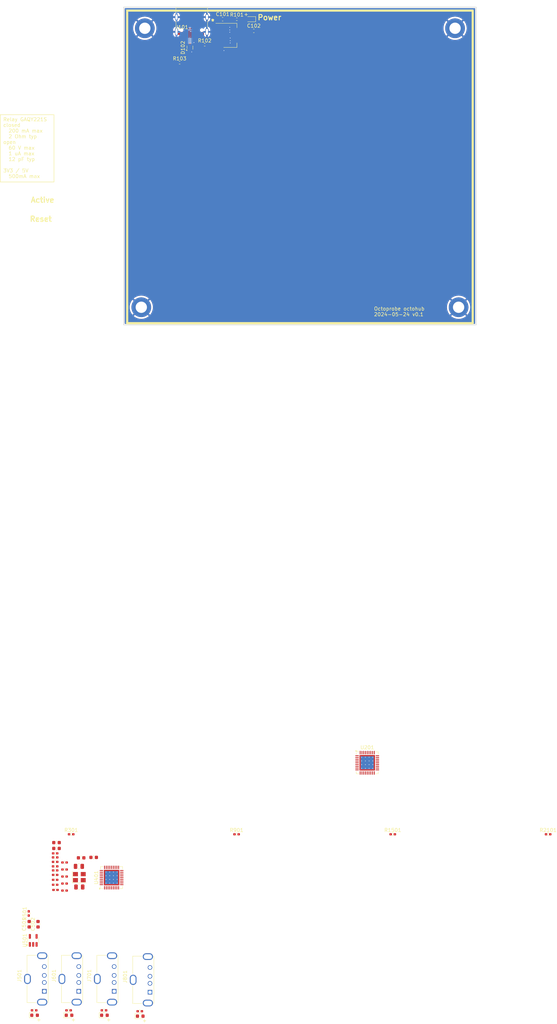
<source format=kicad_pcb>
(kicad_pcb (version 20240108) (generator "pcbnew") (generator_version "8.0")
  (title_block (title "Octoprobe octohub") (date "2024-05-24") (rev "0.1") (company "Hans Märki, Märki Informatik") (comment 1 "The MIT License (MIT)"))
  (layers (0 "F.Cu" signal) (31 "B.Cu" signal) (34 "B.Paste" user) (35 "F.Paste" user) (36 "B.SilkS" user "B.Silkscreen") (37 "F.SilkS" user "F.Silkscreen") (38 "B.Mask" user) (39 "F.Mask" user) (44 "Edge.Cuts" user))
  (net 0 "")
  (net 1 "GND")
  (net 2 "+5V")
  (net 3 "+3V3")
  (net 4 "/hub4-1/chip_downstream/RESET")
  (net 5 "/hub4-1/chip_downstream/VBUS_DET")
  (net 6 "Net-(J501-VBUS)")
  (net 7 "/chip_upstream/RESET")
  (net 8 "Net-(U201-CRFILT)")
  (net 9 "Net-(U201-PLLFILT)")
  (net 10 "Net-(J701-VBUS)")
  (net 11 "/chip_upstream/VBUS_DET")
  (net 14 "Net-(U201-RBIAS)")
  (net 15 "Net-(U201-SCL{slash}SMBCLK{slash}CFG_SEL0)")
  (net 16 "Net-(U201-HS_IND{slash}CFG_SEL1)")
  (net 17 "Net-(U201-XTALIN{slash}CLKIN)")
  (net 18 "Net-(U201-XTALOUT)")
  (net 22 "Net-(J101-CC1)")
  (net 23 "Net-(J101-CC2)")
  (net 31 "/chip_upstream/USB_DM")
  (net 32 "/chip_upstream/USB_DP")
  (net 33 "/hub4-1/chip_downstream/PRT_P2")
  (net 34 "/hub4-1/chip_downstream/PRT_M2")
  (net 35 "/hub4-1/chip_downstream/PRT_P3")
  (net 36 "/hub4-1/chip_downstream/PRT_M3")
  (net 37 "/hub4-1/chip_downstream/PRT_P4")
  (net 38 "/hub4-1/chip_downstream/PRT_M4")
  (net 39 "/hub4-1/chip_downstream/PRT_P1")
  (net 40 "/hub4-1/chip_downstream/PRT_M1")
  (net 41 "Net-(D501-A)")
  (net 42 "Net-(D701-A)")
  (net 43 "Net-(U201-SDA{slash}SMBDATA{slash}NON_REM1)")
  (net 44 "Net-(U201-SUSP_IND{slash}LOCAL_PWR{slash}NON_REM0)")
  (net 45 "Net-(U501-SET)")
  (net 46 "/chip_upstream/PRT_P1")
  (net 47 "/chip_upstream/PRT_M1")
  (net 48 "/hub4-1/chip_downstream/PRTPWR1")
  (net 49 "/hub4-1/chip_downstream/PRTPWR2")
  (net 50 "/hub4-1/chip_downstream/PRTPWR4")
  (net 51 "/hub4-1/chip_downstream/PRTPWR3")
  (net 52 "/chip_upstream/PRT_P3")
  (net 53 "/chip_upstream/PRTPWR1")
  (net 54 "/chip_upstream/PRT_P2")
  (net 55 "/chip_upstream/PRTPWR4")
  (net 56 "/chip_upstream/PRT_P4")
  (net 57 "/chip_upstream/PRTPWR2")
  (net 58 "/chip_upstream/PRT_M3")
  (net 59 "/chip_upstream/PRT_M2")
  (net 60 "/chip_upstream/PRTPWR3")
  (net 61 "/chip_upstream/PRT_M4")
  (net 62 "Net-(U401-XTALIN{slash}CLKIN)")
  (net 63 "Net-(J601-VBUS)")
  (net 64 "Net-(U401-XTALOUT)")
  (net 65 "Net-(U401-PLLFILT)")
  (net 66 "Net-(U401-CRFILT)")
  (net 67 "Net-(J801-VBUS)")
  (net 68 "Net-(D101-A)")
  (net 69 "Net-(D801-A)")
  (net 70 "Net-(D601-A)")
  (net 77 "Net-(U401-SCL{slash}SMBCLK{slash}CFG_SEL0)")
  (net 78 "Net-(U401-SDA{slash}SMBDATA{slash}NON_REM1)")
  (net 79 "Net-(U401-SUSP_IND{slash}LOCAL_PWR{slash}NON_REM0)")
  (net 80 "Net-(U401-HS_IND{slash}CFG_SEL1)")
  (net 81 "Net-(U401-RBIAS)")
  (footprint "Resistor_SMD:R_0402_1005Metric_Pad0.72x0.64mm_HandSolder" (layer "F.Cu") (at 150.327 266.744)
    (property "Reference" "R1501")
    (property "Value" "100k")
  )
  (footprint "Capacitor_SMD:C_0805_2012Metric" (layer "F.Cu") (at 61.427 281.674)
    (property "Reference" "C408" (hide yes))
    (property "Value" "18p")
  )
  (footprint "Resistor_SMD:R_0402_1005Metric_Pad0.72x0.64mm_HandSolder" (layer "F.Cu") (at 96.987 43.168)
    (property "Reference" "R102")
    (property "Value" "5.1K")
  )
  (footprint "Connector_USB:USB_A_Molex_105057_Vertical" (layer "F.Cu") (at 51.495 311.209 90)
    (property "Reference" "J501")
    (property "Value" "USB_A")
  )
  (footprint "Resistor_SMD:R_0402_1005Metric_Pad0.72x0.64mm_HandSolder" (layer "F.Cu") (at 57.236 282.69)
    (property "Reference" "R408" (hide yes))
    (property "Value" "12k")
  )
  (footprint "Resistor_SMD:R_0402_1005Metric_Pad0.72x0.64mm_HandSolder" (layer "F.Cu") (at 54.569 274.562)
    (property "Reference" "R402" (hide yes))
    (property "Value" "100k")
  )
  (footprint "Resistor_SMD:R_0402_1005Metric_Pad0.72x0.64mm_HandSolder" (layer "F.Cu") (at 48.602 316.599 180)
    (property "Reference" "R502" (hide yes))
    (property "Value" "470R")
  )
  (footprint "Capacitor_SMD:C_0402_1005Metric_Pad0.74x0.62mm_HandSolder" (layer "F.Cu") (at 54.569 276.975)
    (property "Reference" "C403" (hide yes))
    (property "Value" "100n")
  )
  (footprint "Resistor_SMD:R_0402_1005Metric_Pad0.72x0.64mm_HandSolder" (layer "F.Cu") (at 59.111 266.744)
    (property "Reference" "R301")
    (property "Value" "100k")
  )
  (footprint "Resistor_SMD:R_0402_1005Metric_Pad0.72x0.64mm_HandSolder" (layer "F.Cu") (at 57.236 276.72)
    (property "Reference" "R405" (hide yes))
    (property "Value" "100k")
  )
  (footprint "Connector_USB:USB_A_Molex_105057_Vertical" (layer "F.Cu") (at 61.274 311.209 90)
    (property "Reference" "J601")
    (property "Value" "USB_A")
  )
  (footprint "Capacitor_SMD:C_0603_1608Metric" (layer "F.Cu") (at 47.203 292.215 90)
    (property "Reference" "C501")
    (property "Value" "10u")
  )
  (footprint "00_project_library:LED_0603_1608Metric" (layer "F.Cu") (at 48.729 317.996)
    (property "Reference" "D501" (hide yes))
    (property "Value" "LED WHITE")
  )
  (footprint "Package_TO_SOT_SMD:SOT-23-5" (layer "F.Cu") (at 48.348 296.795 90)
    (property "Reference" "U501")
    (property "Value" "MT9700")
  )
  (footprint "Resistor_SMD:R_0402_1005Metric_Pad0.72x0.64mm_HandSolder" (layer "F.Cu") (at 57.236 274.73)
    (property "Reference" "R404" (hide yes))
    (property "Value" "100k")
  )
  (footprint "Capacitor_SMD:C_0603_1608Metric" (layer "F.Cu") (at 49.713 292.215 90)
    (property "Reference" "C502")
    (property "Value" "10u")
  )
  (footprint "Crystal:Crystal_SMD_3225-4Pin_3.2x2.5mm" (layer "F.Cu") (at 61.427 278.88)
    (property "Reference" "Y401" (hide yes))
    (property "Value" "24MHz")
  )
  (footprint "Package_DFN_QFN:Texas_RHH0036C_VQFN-36-1EP_6x6mm_P0.5mm_EP4.4x4.4mm_ThermalVias" (layer "F.Cu") (at 70.571 279.007 90)
    (property "Reference" "U401")
    (property "Value" "USB2514B_Bi")
  )
  (footprint "00_project_library:LED_0603_1608Metric" (layer "F.Cu") (at 68.541 317.996)
    (property "Reference" "D701" (hide yes))
    (property "Value" "LED WHITE")
  )
  (footprint "Capacitor_SMD:C_0402_1005Metric_Pad0.74x0.62mm_HandSolder" (layer "F.Cu") (at 54.569 272.149)
    (property "Reference" "C401" (hide yes))
    (property "Value" "1u")
  )
  (footprint "Capacitor_SMD:C_0402_1005Metric_Pad0.74x0.62mm_HandSolder" (layer "F.Cu") (at 54.569 281.039)
    (property "Reference" "C407" (hide yes))
    (property "Value" "100n")
  )
  (footprint "Capacitor_SMD:C_0402_1005Metric_Pad0.74x0.62mm_HandSolder" (layer "F.Cu") (at 54.569 279.642)
    (property "Reference" "C405" (hide yes))
    (property "Value" "100n")
  )
  (footprint "Capacitor_SMD:C_0603_1608Metric" (layer "F.Cu") (at 54.95 270.752)
    (property "Reference" "C406" (hide yes))
    (property "Value" "1n")
  )
  (footprint "Package_SON:Texas_USON-6_1x1.45mm_P0.5mm_SMD" (layer "F.Cu") (at 92.804 43.976 90)
    (property "Reference" "D102")
    (property "Value" "PRTR5V0U2X")
  )
  (footprint "Resistor_SMD:R_0402_1005Metric_Pad0.72x0.64mm_HandSolder" (layer "F.Cu") (at 78.574 316.853 180)
    (property "Reference" "R802" (hide yes))
    (property "Value" "470R")
  )
  (footprint "Capacitor_SMD:C_0603_1608Metric" (layer "F.Cu") (at 110.9195 39.231)
    (property "Reference" "C102")
    (property "Value" "10u")
  )
  (footprint "Resistor_SMD:R_0402_1005Metric_Pad0.72x0.64mm_HandSolder" (layer "F.Cu") (at 106.0935 35.929 180)
    (property "Reference" "R101")
    (property "Value" "470R")
  )
  (footprint "Resistor_SMD:R_0402_1005Metric_Pad0.72x0.64mm_HandSolder" (layer "F.Cu") (at 58.381 316.599 180)
    (property "Reference" "R602" (hide yes))
    (property "Value" "470R")
  )
  (footprint "Capacitor_SMD:C_0603_1608Metric" (layer "F.Cu") (at 61.935 273.419)
    (property "Reference" "C412" (hide yes))
    (property "Value" "0.1u")
  )
  (footprint "00_project_library:LED_0603_1608Metric" (layer "F.Cu") (at 78.701 318.25)
    (property "Reference" "D801" (hide yes))
    (property "Value" "LED WHITE")
  )
  (footprint "Resistor_SMD:R_0402_1005Metric_Pad0.72x0.64mm_HandSolder" (layer "F.Cu") (at 57.236 280.7)
    (property "Reference" "R407" (hide yes))
    (property "Value" "100k")
  )
  (footprint "Resistor_SMD:R_0402_1005Metric_Pad0.72x0.64mm_HandSolder" (layer "F.Cu") (at 57.236 278.71)
    (property "Reference" "R406" (hide yes))
    (property "Value" "100k")
  )
  (footprint "Resistor_SMD:R_0402_1005Metric_Pad0.72x0.64mm_HandSolder" (layer "F.Cu") (at 89.875 48.248)
    (property "Reference" "R103")
    (property "Value" "5.1K")
  )
  (footprint "MountingHole:MountingHole_3.2mm_M3_DIN965_Pad" (layer "F.Cu") (at 168 38.5)
    (property "Reference" "H102" (hide yes))
    (property "Value" "octoprobe_MountingHole")
  )
  (footprint "Resistor_SMD:R_0402_1005Metric_Pad0.72x0.64mm_HandSolder" (layer "F.Cu") (at 106.032 266.744)
    (property "Reference" "R901")
    (property "Value" "100k")
  )
  (footprint "Resistor_SMD:R_0402_1005Metric_Pad0.72x0.64mm_HandSolder" (layer "F.Cu") (at 54.569 273.292)
    (property "Reference" "R401" (hide yes))
    (property "Value" "100k")
  )
  (footprint "Resistor_SMD:R_0402_1005Metric_Pad0.72x0.64mm_HandSolder" (layer "F.Cu") (at 54.569 275.832)
    (property "Reference" "R403" (hide yes))
    (property "Value" "100k")
  )
  (footprint "00_project_library:SOT-223-3_TabPin2" (layer "F.Cu") (at 104.226 40.501 180)
    (property "Reference" "U101" (hide yes))
    (property "Value" "AMS1117-3.3")
  )
  (footprint "Connector_USB:USB_A_Molex_105057_Vertical" (layer "F.Cu") (at 71.307 311.209 90)
    (property "Reference" "J701")
    (property "Value" "USB_A")
  )
  (footprint "00_project_library:LED_0603_1608Metric" (layer "F.Cu") (at 58.508 317.996)
    (property "Reference" "D601" (hide yes))
    (property "Value" "LED WHITE")
  )
  (footprint "Capacitor_SMD:C_0805_2012Metric" (layer "F.Cu") (at 61.3 275.832 180)
    (property "Reference" "C410" (hide yes))
    (property "Value" "18p")
  )
  (footprint "Capacitor_SMD:C_0603_1608Metric" (layer "F.Cu") (at 54.95 269.101)
    (property "Reference" "C402" (hide yes))
    (property "Value" "0.1u")
  )
  (footprint "Resistor_SMD:R_0402_1005Metric_Pad0.72x0.64mm_HandSolder" (layer "F.Cu") (at 47.078 289.167 90)
    (property "Reference" "R501")
    (property "Value" "10k")
  )
  (footprint "Capacitor_SMD:C_0402_1005Metric_Pad0.74x0.62mm_HandSolder" (layer "F.Cu") (at 54.668 282.501)
    (property "Reference" "C409" (hide yes))
    (property "Value" "100n")
  )
  (footprint "Capacitor_SMD:C_0603_1608Metric" (layer "F.Cu") (at 65.491 273.292)
    (property "Reference" "C411" (hide yes))
    (property "Value" "0.1u")
  )
  (footprint "Resistor_SMD:R_0402_1005Metric_Pad0.72x0.64mm_HandSolder" (layer "F.Cu") (at 68.414 316.599 180)
    (property "Reference" "R702" (hide yes))
    (property "Value" "470R")
  )
  (footprint "MountingHole:MountingHole_3.2mm_M3_DIN965_Pad" (layer "F.Cu") (at 169 117.5)
    (property "Reference" "H103" (hide yes))
    (property "Value" "octoprobe_MountingHole")
  )
  (footprint "Capacitor_SMD:C_0402_1005Metric_Pad0.74x0.62mm_HandSolder" (layer "F.Cu") (at 54.569 278.245)
    (property "Reference" "C404" (hide yes))
    (property "Value" "100n")
  )
  (footprint "MountingHole:MountingHole_3.2mm_M3_DIN965_Pad" (layer "F.Cu") (at 79 117.5)
    (property "Reference" "H104" (hide yes))
    (property "Value" "octoprobe_MountingHole")
  )
  (footprint "00_project_library:LED_0603_1608Metric" (layer "F.Cu") (at 109.9665 35.929 180)
    (property "Reference" "D101" (hide yes))
    (property "Value" "LED GREEN")
  )
  (footprint "Connector_USB:USB_A_Molex_105057_Vertical" (layer "F.Cu") (at 81.467 311.463 90)
    (property "Reference" "J801")
    (property "Value" "USB_A")
  )
  (footprint "MountingHole:MountingHole_3.2mm_M3_DIN965_Pad" (layer "F.Cu") (at 80 38.5)
    (property "Reference" "H101" (hide yes))
    (property "Value" "octoprobe_MountingHole")
  )
  (footprint "Capacitor_SMD:C_0603_1608Metric" (layer "F.Cu") (at 102.067 35.929)
    (property "Reference" "C101")
    (property "Value" "10u")
  )
  (footprint "Package_DFN_QFN:Texas_RHH0036C_VQFN-36-1EP_6x6mm_P0.5mm_EP4.4x4.4mm_ThermalVias" (layer "F.Cu") (at 143.088 246.495)
    (property "Reference" "U201")
    (property "Value" "USB2514B_Bi")
  )
  (footprint "00_project_library:USB_C_Receptacle_Palconn_UTC16-G" (layer "F.Cu") (at 93.304 37.58 180)
    (property "Reference" "J101")
    (property "Value" "USB_C_Receptacle_USB2.0")
  )
  (footprint "Resistor_SMD:R_0402_1005Metric_Pad0.72x0.64mm_HandSolder" (layer "F.Cu") (at 194.396 266.744)
    (property "Reference" "R2101")
    (property "Value" "100k")
  )
  (gr_rect (start 75 33.5) (end 173 122) (stroke (width 0.6)) (fill none) (layer "F.SilkS"))
  (gr_rect (start 74 32.5) (end 174 122.5) (stroke (width 0.15)) (fill none) (layer "Edge.Cuts"))
  (gr_text "Reset" (at 47.2296 93.3788 0) (layer "F.SilkS") (effects (font (size 1.5 1.5) (thickness 0.3) (bold yes)) (justify left bottom)))
  (gr_text "${TITLE}\n${ISSUE_DATE} v${REVISION}" (at 144.930154 120.109603 0) (layer "F.SilkS") (effects (font (size 1 1)) (justify left bottom)))
  (gr_text "Power" (at 111.846 36.31 0) (layer "F.SilkS") (effects (font (size 1.5 1.5) (thickness 0.3) (bold yes)) (justify left bottom)))
  (gr_text "*" (at 99.273 37.326 0) (layer "F.SilkS") (effects (font (size 1.2 1.2) (thickness 0.25) (bold yes)) (justify bottom)))
  (gr_text "Active" (at 47.509 87.994 0) (layer "F.SilkS") (effects (font (size 1.5 1.5) (thickness 0.3) (bold yes)) (justify left bottom)))
  (gr_text_box "Relay GAQY221S\nclosed\n  200 mA max\n  2 Ohm typ\nopen\n  60 V max\n  1 uA max\n  12 pF typ\n\n3V3 / 5V\n  500mA max" (start 39 62.975) (end 54.24 82.025) (layer "F.SilkS") (effects (font (size 1 1)) (justify left top)) (border yes) (stroke (width 0.15)))
  (segment (start 92.804 44.276) (end 92.804 44.7) (width 0.15) (layer "F.Cu") (net 1))
  (segment (start 92.804 44.7) (end 93.304 45.2) (width 0.15) (layer "F.Cu") (net 1))
  (via (at 93.939 42.533) (size 0.4) (drill 0.2) (layers "F.Cu" "B.Cu") (net 1))
  (via (at 104.099 38.977) (size 0.4) (drill 0.2) (layers "F.Cu" "B.Cu") (net 1))
  (via (at 104.226 42.025) (size 0.4) (drill 0.2) (layers "F.Cu" "B.Cu") (net 1))
  (via (at 104.226 42.66) (size 0.4) (drill 0.2) (layers "F.Cu" "B.Cu") (net 1))
  (via (at 104.099 39.612) (size 0.4) (drill 0.2) (layers "F.Cu" "B.Cu") (net 1))
  (via (at 102.448 44.819) (size 0.4) (drill 0.2) (layers "F.Cu" "B.Cu") (net 1))
  (via (at 93.304 45.2) (size 0.4) (drill 0.2) (layers "F.Cu" "B.Cu") (net 1))
  (via (at 104.226 41.263) (size 0.4) (drill 0.2) (layers "F.Cu" "B.Cu") (net 1))
  (via (at 104.099 38.215) (size 0.4) (drill 0.2) (layers "F.Cu" "B.Cu") (net 1))
  (segment (start 92.804 42.668) (end 92.796 42.66) (width 0.3) (layer "F.Cu") (net 2))
  (segment (start 95.704 40.09) (end 95.704 39.56) (width 0.3) (layer "F.Cu") (net 2))
  (segment (start 92.804 43.676) (end 92.804 42.668) (width 0.3) (layer "F.Cu") (net 2))
  (segment (start 90.904 39.472) (end 90.904 40.09) (width 0.3) (layer "F.Cu") (net 2))
  (segment (start 99.146 35.929) (end 99.146 37.834) (width 0.3) (layer "F.Cu") (net 2))
  (segment (start 95.463 37.834) (end 94.701 38.596) (width 0.3) (layer "F.Cu") (net 2))
  (segment (start 101.292 35.929) (end 99.146 35.929) (width 0.3) (layer "F.Cu") (net 2))
  (segment (start 92.796 38.596) (end 94.701 38.596) (width 0.3) (layer "F.Cu") (net 2))
  (segment (start 101.076 42.801) (end 99.922 42.801) (width 0.3) (layer "F.Cu") (net 2))
  (segment (start 95.463 37.834) (end 99.146 37.834) (width 0.3) (layer "F.Cu") (net 2))
  (segment (start 99.146 42.025) (end 99.146 37.834) (width 0.3) (layer "F.Cu") (net 2))
  (segment (start 94.701 38.596) (end 94.74 38.596) (width 0.3) (layer "F.Cu") (net 2))
  (segment (start 91.78 38.596) (end 90.904 39.472) (width 0.3) (layer "F.Cu") (net 2))
  (segment (start 95.704 39.56) (end 94.74 38.596) (width 0.3) (layer "F.Cu") (net 2))
  (segment (start 94.74 38.596) (end 91.78 38.596) (width 0.3) (layer "F.Cu") (net 2))
  (segment (start 99.922 42.801) (end 99.146 42.025) (width 0.3) (layer "F.Cu") (net 2))
  (via (at 92.796 42.66) (size 0.4) (drill 0.2) (layers "F.Cu" "B.Cu") (net 2))
  (via (at 92.796 38.596) (size 0.4) (drill 0.2) (layers "F.Cu" "B.Cu") (net 2))
  (segment (start 92.796 38.596) (end 92.796 42.66) (width 0.3) (layer "B.Cu") (net 2))
  (segment (start 101.076 40.501) (end 107.376 40.501) (width 0.2) (layer "F.Cu") (net 3))
  (segment (start 105.496 35.929) (end 105.496 40.501) (width 0.2) (layer "F.Cu") (net 3))
  (segment (start 108.8745 40.501) (end 107.376 40.501) (width 0.2) (layer "F.Cu") (net 3))
  (segment (start 110.1445 39.231) (end 108.8745 40.501) (width 0.2) (layer "F.Cu") (net 3))
  (segment (start 96.3895 43.168) (end 94.554 43.168) (width 0.15) (layer "F.Cu") (net 22))
  (segment (start 94.554 43.168) (end 94.554 40.09) (width 0.15) (layer "F.Cu") (net 22))
  (segment (start 89.2775 48.248) (end 89.2775 43.0965) (width 0.15) (layer "F.Cu") (net 23))
  (segment (start 89.2775 43.0965) (end 91.554 40.82) (width 0.15) (layer "F.Cu") (net 23))
  (segment (start 91.554 40.09) (end 91.554 40.82) (width 0.15) (layer "F.Cu") (net 23))
  (segment (start 94.054 40.09) (end 94.054 40.87) (width 0.2) (layer "F.Cu") (net 31))
  (segment (start 93.054 41.103) (end 93.054 40.628) (width 0.2) (layer "F.Cu") (net 31))
  (segment (start 93.304 41.103) (end 93.304 43.676) (width 0.2) (layer "F.Cu") (net 31))
  (segment (start 93.304 44.184) (end 93.304 43.676) (width 0.2) (layer "F.Cu") (net 31))
  (segment (start 93.821 41.103) (end 93.054 41.103) (width 0.2) (layer "F.Cu") (net 31))
  (segment (start 93.054 40.09) (end 93.054 40.628) (width 0.2) (layer "F.Cu") (net 31))
  (segment (start 94.054 40.87) (end 93.821 41.103) (width 0.2) (layer "F.Cu") (net 31))
  (segment (start 93.054 41.103) (end 93.304 41.103) (width 0.2) (layer "F.Cu") (net 31))
  (segment (start 92.554 40.09) (end 92.554 39.31) (width 0.2) (layer "F.Cu") (net 32))
  (segment (start 92.554 39.31) (end 92.76 39.104) (width 0.2) (layer "F.Cu") (net 32))
  (segment (start 92.76 39.104) (end 93.298 39.104) (width 0.2) (layer "F.Cu") (net 32))
  (segment (start 92.554 41.02) (end 92.554 40.09) (width 0.2) (layer "F.Cu") (net 32))
  (segment (start 92.304 43.676) (end 92.304 41.27) (width 0.2) (layer "F.Cu") (net 32))
  (segment (start 93.554 39.36) (end 93.554 40.09) (width 0.2) (layer "F.Cu") (net 32))
  (segment (start 92.304 44.251) (end 92.304 43.676) (width 0.2) (layer "F.Cu") (net 32))
  (segment (start 92.304 41.27) (end 92.554 41.02) (width 0.2) (layer "F.Cu") (net 32))
  (segment (start 93.298 39.104) (end 93.554 39.36) (width 0.2) (layer "F.Cu") (net 32))
  (segment (start 106.691 35.929) (end 109.179 35.929) (width 0.15) (layer "F.Cu") (net 68))
  (zone (net 1) (net_name "GND") (layers "F&B.Cu") (priority 1) (connect_pads (clearance 0.18)) (min_thickness 0.25) (fill yes (thermal_gap 0.5) (thermal_bridge_width 0.5))
    (polygon (pts (xy 174 122.5) (xy 74 122.5) (xy 74 32.5) (xy 174 32.5)))
  )
)
</source>
